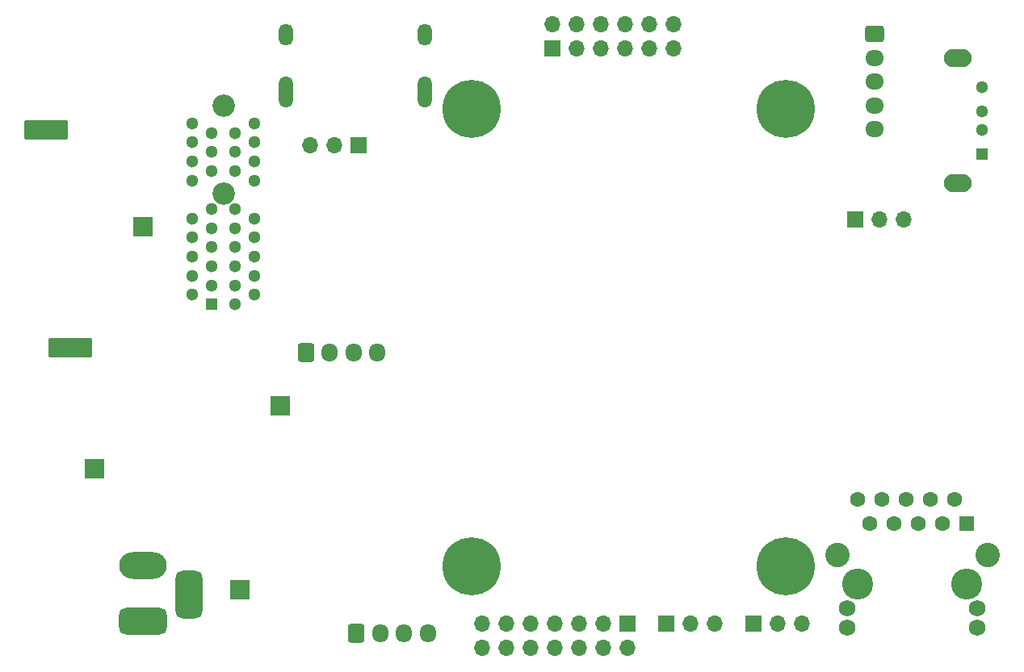
<source format=gbr>
%TF.GenerationSoftware,KiCad,Pcbnew,8.0.2*%
%TF.CreationDate,2024-05-19T12:28:56+02:00*%
%TF.ProjectId,CM4_NAS,434d345f-4e41-4532-9e6b-696361645f70,rev?*%
%TF.SameCoordinates,Original*%
%TF.FileFunction,Soldermask,Bot*%
%TF.FilePolarity,Negative*%
%FSLAX46Y46*%
G04 Gerber Fmt 4.6, Leading zero omitted, Abs format (unit mm)*
G04 Created by KiCad (PCBNEW 8.0.2) date 2024-05-19 12:28:56*
%MOMM*%
%LPD*%
G01*
G04 APERTURE LIST*
G04 Aperture macros list*
%AMRoundRect*
0 Rectangle with rounded corners*
0 $1 Rounding radius*
0 $2 $3 $4 $5 $6 $7 $8 $9 X,Y pos of 4 corners*
0 Add a 4 corners polygon primitive as box body*
4,1,4,$2,$3,$4,$5,$6,$7,$8,$9,$2,$3,0*
0 Add four circle primitives for the rounded corners*
1,1,$1+$1,$2,$3*
1,1,$1+$1,$4,$5*
1,1,$1+$1,$6,$7*
1,1,$1+$1,$8,$9*
0 Add four rect primitives between the rounded corners*
20,1,$1+$1,$2,$3,$4,$5,0*
20,1,$1+$1,$4,$5,$6,$7,0*
20,1,$1+$1,$6,$7,$8,$9,0*
20,1,$1+$1,$8,$9,$2,$3,0*%
G04 Aperture macros list end*
%ADD10R,1.700000X1.700000*%
%ADD11O,1.700000X1.700000*%
%ADD12RoundRect,0.250000X-0.600000X-0.725000X0.600000X-0.725000X0.600000X0.725000X-0.600000X0.725000X0*%
%ADD13O,1.700000X1.950000*%
%ADD14C,6.100000*%
%ADD15C,3.250000*%
%ADD16RoundRect,0.102000X-0.699000X-0.699000X0.699000X-0.699000X0.699000X0.699000X-0.699000X0.699000X0*%
%ADD17C,1.602000*%
%ADD18C,1.734000*%
%ADD19C,2.559000*%
%ADD20RoundRect,0.100000X2.200000X-0.900000X2.200000X0.900000X-2.200000X0.900000X-2.200000X-0.900000X0*%
%ADD21C,2.350000*%
%ADD22R,1.300000X1.300000*%
%ADD23C,1.300000*%
%ADD24RoundRect,0.249900X-0.600100X-0.725100X0.600100X-0.725100X0.600100X0.725100X-0.600100X0.725100X0*%
%ADD25O,2.900000X1.900000*%
%ADD26O,5.000000X2.800000*%
%ADD27RoundRect,0.700000X1.800000X-0.700000X1.800000X0.700000X-1.800000X0.700000X-1.800000X-0.700000X0*%
%ADD28RoundRect,0.700000X0.700000X-1.800000X0.700000X1.800000X-0.700000X1.800000X-0.700000X-1.800000X0*%
%ADD29O,1.500000X3.300000*%
%ADD30O,1.500000X2.300000*%
%ADD31RoundRect,0.250000X-0.725000X0.600000X-0.725000X-0.600000X0.725000X-0.600000X0.725000X0.600000X0*%
%ADD32O,1.950000X1.700000*%
%ADD33R,2.000000X2.000000*%
G04 APERTURE END LIST*
D10*
%TO.C,J15*%
X108940000Y-85390000D03*
D11*
X106400000Y-85390000D03*
X103860000Y-85390000D03*
%TD*%
D12*
%TO.C,J7*%
X108712000Y-136652000D03*
D13*
X111212000Y-136652000D03*
X113712000Y-136652000D03*
X116212000Y-136652000D03*
%TD*%
D14*
%TO.C,Module1*%
X153755000Y-129619000D03*
X153755000Y-81619000D03*
X120755000Y-129619000D03*
X120755000Y-81619000D03*
%TD*%
D15*
%TO.C,J0*%
X161285000Y-131500000D03*
X172715000Y-131500000D03*
D16*
X172715000Y-125150000D03*
D17*
X171445000Y-122610000D03*
X170175000Y-125150000D03*
X168905000Y-122610000D03*
X167635000Y-125150000D03*
X166365000Y-122610000D03*
X165095000Y-125150000D03*
X163825000Y-122610000D03*
X162555000Y-125150000D03*
X161285000Y-122610000D03*
D18*
X160200000Y-134050000D03*
X160200000Y-136080000D03*
X173800000Y-134050000D03*
X173800000Y-136080000D03*
D19*
X159125000Y-128450000D03*
X174875000Y-128450000D03*
%TD*%
D10*
%TO.C,J12*%
X161036000Y-93218000D03*
D11*
X163576000Y-93218000D03*
X166116000Y-93218000D03*
%TD*%
D20*
%TO.C,U9*%
X76200000Y-83820000D03*
%TD*%
D21*
%TO.C,J3*%
X94762000Y-90458000D03*
X94762000Y-81308000D03*
D22*
X93512000Y-102108000D03*
D23*
X91512000Y-101108000D03*
X93512000Y-100108000D03*
X91512000Y-99108000D03*
X93512000Y-98108000D03*
X91512000Y-97108000D03*
X93512000Y-96108000D03*
X91512000Y-95108000D03*
X93512000Y-94108000D03*
X91512000Y-93108000D03*
X93512000Y-92108000D03*
X91512000Y-89108000D03*
X93512000Y-88108000D03*
X91512000Y-87108000D03*
X93512000Y-86108000D03*
X91512000Y-85108000D03*
X93512000Y-84108000D03*
X91512000Y-83108000D03*
X96012000Y-102108000D03*
X98012000Y-101108000D03*
X96012000Y-100108000D03*
X98012000Y-99108000D03*
X96012000Y-98108000D03*
X98012000Y-97108000D03*
X96012000Y-96108000D03*
X98012000Y-95108000D03*
X96012000Y-94108000D03*
X98012000Y-93108000D03*
X96012000Y-92108000D03*
X98012000Y-89108000D03*
X96012000Y-88108000D03*
X98012000Y-87108000D03*
X96012000Y-86108000D03*
X98012000Y-85108000D03*
X96012000Y-84108000D03*
X98012000Y-83108000D03*
%TD*%
D10*
%TO.C,J11*%
X150368000Y-135636000D03*
D11*
X152908000Y-135636000D03*
X155448000Y-135636000D03*
%TD*%
D10*
%TO.C,J9*%
X141224000Y-135636000D03*
D11*
X143764000Y-135636000D03*
X146304000Y-135636000D03*
%TD*%
D24*
%TO.C,J4*%
X103400000Y-107170000D03*
D13*
X105900000Y-107170000D03*
X108400000Y-107170000D03*
X110900000Y-107170000D03*
%TD*%
D10*
%TO.C,J10*%
X137160000Y-135636000D03*
D11*
X137160000Y-138176000D03*
X134620000Y-135636000D03*
X134620000Y-138176000D03*
X132080000Y-135636000D03*
X132080000Y-138176000D03*
X129540000Y-135636000D03*
X129540000Y-138176000D03*
X127000000Y-135636000D03*
X127000000Y-138176000D03*
X124460000Y-135636000D03*
X124460000Y-138176000D03*
X121920000Y-135636000D03*
X121920000Y-138176000D03*
%TD*%
D20*
%TO.C,U8*%
X78740000Y-106680000D03*
%TD*%
D23*
%TO.C,J1*%
X174318000Y-79338000D03*
X174318000Y-81838000D03*
X174318000Y-83838000D03*
D22*
X174318000Y-86338000D03*
D25*
X171778000Y-89408000D03*
X171778000Y-76268000D03*
%TD*%
D10*
%TO.C,J13*%
X129260000Y-75270000D03*
D11*
X129260000Y-72730000D03*
X131800000Y-75270000D03*
X131800000Y-72730000D03*
X134340000Y-75270000D03*
X134340000Y-72730000D03*
X136880000Y-75270000D03*
X136880000Y-72730000D03*
X139420000Y-75270000D03*
X139420000Y-72730000D03*
X141960000Y-75270000D03*
X141960000Y-72730000D03*
%TD*%
D26*
%TO.C,J14*%
X86360000Y-129540000D03*
D27*
X86360000Y-135340000D03*
D28*
X91160000Y-132540000D03*
%TD*%
D29*
%TO.C,J2*%
X101340000Y-79790000D03*
X115840000Y-79790000D03*
D30*
X115840000Y-73830000D03*
X101340000Y-73830000D03*
%TD*%
D31*
%TO.C,J8*%
X163000000Y-73750000D03*
D32*
X163000000Y-76250000D03*
X163000000Y-78750000D03*
X163000000Y-81250000D03*
X163000000Y-83750000D03*
%TD*%
D33*
%TO.C,TP2*%
X100695942Y-112755473D03*
%TD*%
%TO.C,TP1*%
X81280000Y-119380000D03*
%TD*%
%TO.C,TP4*%
X86360000Y-93980000D03*
%TD*%
%TO.C,TP3*%
X96520000Y-132080000D03*
%TD*%
M02*

</source>
